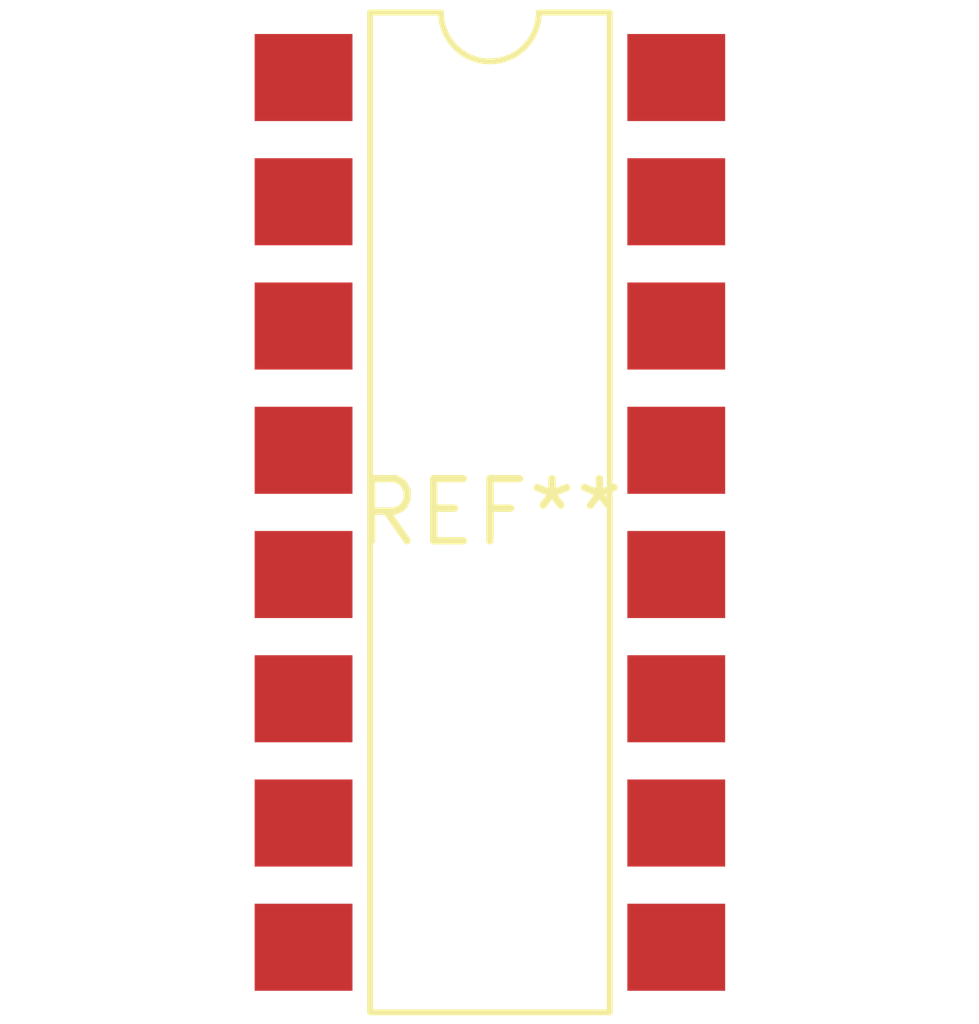
<source format=kicad_pcb>
(kicad_pcb (version 20240108) (generator pcbnew)
  (layers (0 "F.Cu" signal) (31 "B.Cu" signal) (34 "B.Paste" user) (35 "F.Paste" user) (36 "B.SilkS" user "B.Silkscreen") (37 "F.SilkS" user "F.Silkscreen") (38 "B.Mask" user) (39 "F.Mask" user) (44 "Edge.Cuts" user))
  (net 0 "")
  (footprint "SMDIP-16_W7.62mm" (layer "F.Cu") (at 0 0)
    (property "Reference" "REF**")
    (property "Value" "SMDIP-16_W7.62mm")
    (fp_line (start -2.45 -10.22) (end -2.45 10.22) (layer "F.SilkS") (stroke (width 0.12)))
    (fp_line (start -2.45 10.22) (end 2.45 10.22) (layer "F.SilkS") (stroke (width 0.12)))
    (fp_line (start -1 -10.22) (end -2.45 -10.22) (layer "F.SilkS") (stroke (width 0.12)))
    (fp_line (start 2.45 -10.22) (end 1 -10.22) (layer "F.SilkS") (stroke (width 0.12)))
    (fp_line (start 2.45 10.22) (end 2.45 -10.22) (layer "F.SilkS") (stroke (width 0.12)))
    (fp_arc (start 1 -10.22) (mid 0 -9.22) (end -1 -10.22) (layer "F.SilkS") (stroke (width 0.12)))
    (pad "1" smd rect (at -3.81 -8.89) (size 2 1.78) (layers "F.Cu" "F.Paste" "F.Mask"))
    (pad "2" smd rect (at -3.81 -6.35) (size 2 1.78) (layers "F.Cu" "F.Paste" "F.Mask"))
    (pad "3" smd rect (at -3.81 -3.81) (size 2 1.78) (layers "F.Cu" "F.Paste" "F.Mask"))
    (pad "4" smd rect (at -3.81 -1.27) (size 2 1.78) (layers "F.Cu" "F.Paste" "F.Mask"))
    (pad "5" smd rect (at -3.81 1.27) (size 2 1.78) (layers "F.Cu" "F.Paste" "F.Mask"))
    (pad "6" smd rect (at -3.81 3.81) (size 2 1.78) (layers "F.Cu" "F.Paste" "F.Mask"))
    (pad "7" smd rect (at -3.81 6.35) (size 2 1.78) (layers "F.Cu" "F.Paste" "F.Mask"))
    (pad "8" smd rect (at -3.81 8.89) (size 2 1.78) (layers "F.Cu" "F.Paste" "F.Mask"))
    (pad "9" smd rect (at 3.81 8.89) (size 2 1.78) (layers "F.Cu" "F.Paste" "F.Mask"))
    (pad "10" smd rect (at 3.81 6.35) (size 2 1.78) (layers "F.Cu" "F.Paste" "F.Mask"))
    (pad "11" smd rect (at 3.81 3.81) (size 2 1.78) (layers "F.Cu" "F.Paste" "F.Mask"))
    (pad "12" smd rect (at 3.81 1.27) (size 2 1.78) (layers "F.Cu" "F.Paste" "F.Mask"))
    (pad "13" smd rect (at 3.81 -1.27) (size 2 1.78) (layers "F.Cu" "F.Paste" "F.Mask"))
    (pad "14" smd rect (at 3.81 -3.81) (size 2 1.78) (layers "F.Cu" "F.Paste" "F.Mask"))
    (pad "15" smd rect (at 3.81 -6.35) (size 2 1.78) (layers "F.Cu" "F.Paste" "F.Mask"))
    (pad "16" smd rect (at 3.81 -8.89) (size 2 1.78) (layers "F.Cu" "F.Paste" "F.Mask"))
  )
)
</source>
